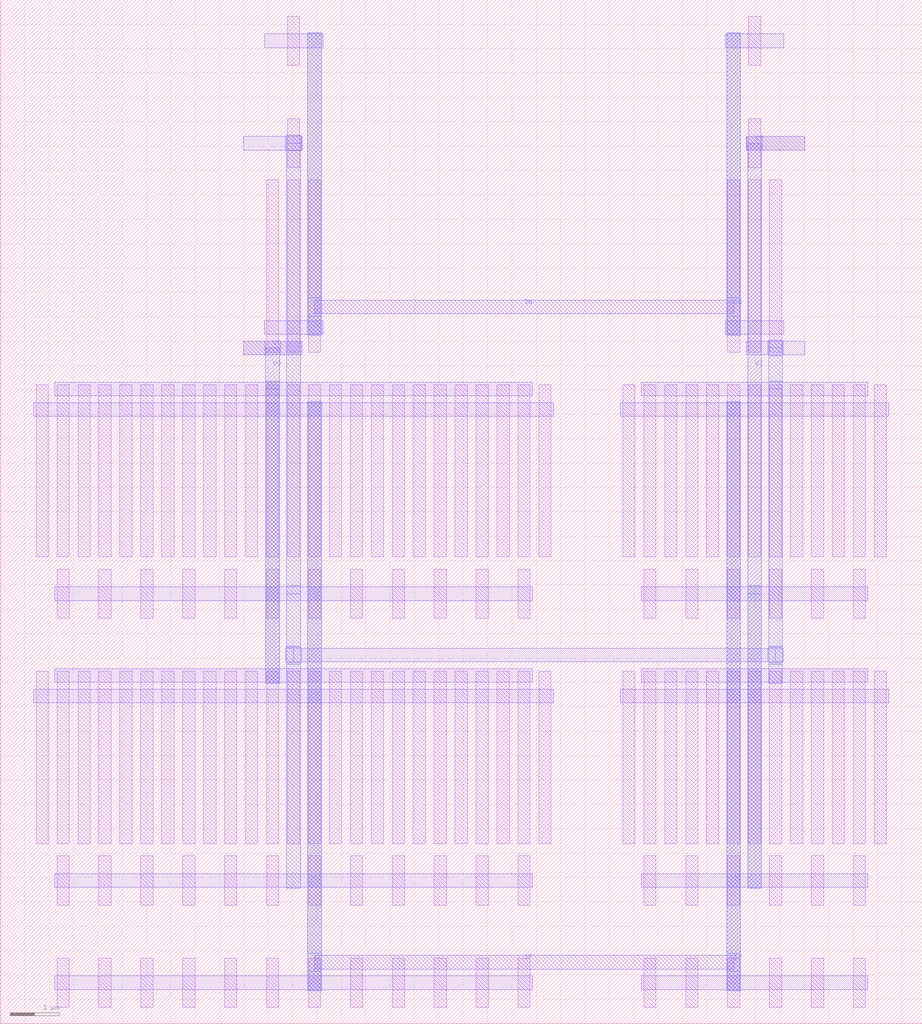
<source format=lef>
MACRO STAGE2_INV_85542588
  ORIGIN 0 0 ;
  FOREIGN STAGE2_INV_85542588 0 0 ;
  SIZE 18.92 BY 21 ;
  PIN VI
    DIRECTION INOUT ;
    USE SIGNAL ;
    PORT 
      LAYER M3 ;
        RECT 15.34 2.78 15.62 8.98 ;
      LAYER M2 ;
        RECT 15.31 17.92 16.51 18.2 ;
      LAYER M3 ;
        RECT 15.34 8.82 15.62 18.06 ;
      LAYER M2 ;
        RECT 15.32 17.92 15.64 18.2 ;
    END
  END VI
  PIN SN
    DIRECTION INOUT ;
    USE SIGNAL ;
    PORT 
      LAYER M3 ;
        RECT 6.31 14.12 6.59 20.32 ;
      LAYER M3 ;
        RECT 14.91 14.12 15.19 20.32 ;
      LAYER M3 ;
        RECT 6.31 14.515 6.59 14.885 ;
      LAYER M2 ;
        RECT 6.45 14.56 15.05 14.84 ;
      LAYER M3 ;
        RECT 14.91 14.515 15.19 14.885 ;
    END
  END SN
  PIN VO
    DIRECTION INOUT ;
    USE SIGNAL ;
    PORT 
      LAYER M3 ;
        RECT 5.45 6.98 5.73 13.18 ;
      LAYER M2 ;
        RECT 4.99 13.72 6.19 14 ;
      LAYER M3 ;
        RECT 5.45 13.02 5.73 13.86 ;
      LAYER M2 ;
        RECT 5.43 13.72 5.75 14 ;
    END
  END VO
  PIN SP
    DIRECTION INOUT ;
    USE SIGNAL ;
    PORT 
      LAYER M3 ;
        RECT 6.31 0.68 6.59 12.76 ;
      LAYER M3 ;
        RECT 14.91 0.68 15.19 12.76 ;
      LAYER M3 ;
        RECT 6.31 1.075 6.59 1.445 ;
      LAYER M2 ;
        RECT 6.45 1.12 15.05 1.4 ;
      LAYER M3 ;
        RECT 14.91 1.075 15.19 1.445 ;
    END
  END SP
  OBS 
  LAYER M3 ;
        RECT 5.88 2.78 6.16 8.98 ;
  LAYER M2 ;
        RECT 4.99 17.92 6.19 18.2 ;
  LAYER M3 ;
        RECT 15.77 6.98 16.05 13.18 ;
  LAYER M2 ;
        RECT 15.31 13.72 16.51 14 ;
  LAYER M3 ;
        RECT 5.88 8.82 6.16 18.06 ;
  LAYER M2 ;
        RECT 5.86 17.92 6.18 18.2 ;
  LAYER M3 ;
        RECT 5.88 7.375 6.16 7.745 ;
  LAYER M2 ;
        RECT 6.02 7.42 15.91 7.7 ;
  LAYER M3 ;
        RECT 15.77 7.375 16.05 7.745 ;
  LAYER M3 ;
        RECT 15.77 13.02 16.05 13.86 ;
  LAYER M2 ;
        RECT 15.75 13.72 16.07 14 ;
  LAYER M2 ;
        RECT 5.86 17.92 6.18 18.2 ;
  LAYER M3 ;
        RECT 5.88 17.9 6.16 18.22 ;
  LAYER M2 ;
        RECT 5.86 17.92 6.18 18.2 ;
  LAYER M3 ;
        RECT 5.88 17.9 6.16 18.22 ;
  LAYER M2 ;
        RECT 5.86 7.42 6.18 7.7 ;
  LAYER M3 ;
        RECT 5.88 7.4 6.16 7.72 ;
  LAYER M2 ;
        RECT 5.86 17.92 6.18 18.2 ;
  LAYER M3 ;
        RECT 5.88 17.9 6.16 18.22 ;
  LAYER M2 ;
        RECT 15.75 7.42 16.07 7.7 ;
  LAYER M3 ;
        RECT 15.77 7.4 16.05 7.72 ;
  LAYER M2 ;
        RECT 5.86 7.42 6.18 7.7 ;
  LAYER M3 ;
        RECT 5.88 7.4 6.16 7.72 ;
  LAYER M2 ;
        RECT 5.86 17.92 6.18 18.2 ;
  LAYER M3 ;
        RECT 5.88 17.9 6.16 18.22 ;
  LAYER M2 ;
        RECT 15.75 7.42 16.07 7.7 ;
  LAYER M3 ;
        RECT 15.77 7.4 16.05 7.72 ;
  LAYER M2 ;
        RECT 5.86 7.42 6.18 7.7 ;
  LAYER M3 ;
        RECT 5.88 7.4 6.16 7.72 ;
  LAYER M2 ;
        RECT 5.86 17.92 6.18 18.2 ;
  LAYER M3 ;
        RECT 5.88 17.9 6.16 18.22 ;
  LAYER M2 ;
        RECT 15.75 7.42 16.07 7.7 ;
  LAYER M3 ;
        RECT 15.77 7.4 16.05 7.72 ;
  LAYER M2 ;
        RECT 15.75 13.72 16.07 14 ;
  LAYER M3 ;
        RECT 15.77 13.7 16.05 14.02 ;
  LAYER M2 ;
        RECT 5.86 7.42 6.18 7.7 ;
  LAYER M3 ;
        RECT 5.88 7.4 6.16 7.72 ;
  LAYER M2 ;
        RECT 5.86 17.92 6.18 18.2 ;
  LAYER M3 ;
        RECT 5.88 17.9 6.16 18.22 ;
  LAYER M2 ;
        RECT 15.75 7.42 16.07 7.7 ;
  LAYER M3 ;
        RECT 15.77 7.4 16.05 7.72 ;
  LAYER M2 ;
        RECT 15.75 13.72 16.07 14 ;
  LAYER M3 ;
        RECT 15.77 13.7 16.05 14.02 ;
  LAYER M1 ;
        RECT 15.355 13.775 15.605 17.305 ;
  LAYER M1 ;
        RECT 15.355 17.555 15.605 18.565 ;
  LAYER M1 ;
        RECT 15.355 19.655 15.605 20.665 ;
  LAYER M1 ;
        RECT 15.785 13.775 16.035 17.305 ;
  LAYER M1 ;
        RECT 14.925 13.775 15.175 17.305 ;
  LAYER M2 ;
        RECT 14.88 14.14 16.08 14.42 ;
  LAYER M2 ;
        RECT 14.88 20.02 16.08 20.3 ;
  LAYER M2 ;
        RECT 15.31 13.72 16.51 14 ;
  LAYER M2 ;
        RECT 15.31 17.92 16.51 18.2 ;
  LAYER M3 ;
        RECT 14.91 14.12 15.19 20.32 ;
  LAYER M1 ;
        RECT 5.895 13.775 6.145 17.305 ;
  LAYER M1 ;
        RECT 5.895 17.555 6.145 18.565 ;
  LAYER M1 ;
        RECT 5.895 19.655 6.145 20.665 ;
  LAYER M1 ;
        RECT 5.465 13.775 5.715 17.305 ;
  LAYER M1 ;
        RECT 6.325 13.775 6.575 17.305 ;
  LAYER M2 ;
        RECT 5.42 14.14 6.62 14.42 ;
  LAYER M2 ;
        RECT 5.42 20.02 6.62 20.3 ;
  LAYER M2 ;
        RECT 4.99 13.72 6.19 14 ;
  LAYER M2 ;
        RECT 4.99 17.92 6.19 18.2 ;
  LAYER M3 ;
        RECT 6.31 14.12 6.59 20.32 ;
  LAYER M1 ;
        RECT 17.505 9.575 17.755 13.105 ;
  LAYER M1 ;
        RECT 17.505 8.315 17.755 9.325 ;
  LAYER M1 ;
        RECT 17.505 3.695 17.755 7.225 ;
  LAYER M1 ;
        RECT 17.505 2.435 17.755 3.445 ;
  LAYER M1 ;
        RECT 17.505 0.335 17.755 1.345 ;
  LAYER M1 ;
        RECT 17.935 9.575 18.185 13.105 ;
  LAYER M1 ;
        RECT 17.935 3.695 18.185 7.225 ;
  LAYER M1 ;
        RECT 17.075 9.575 17.325 13.105 ;
  LAYER M1 ;
        RECT 17.075 3.695 17.325 7.225 ;
  LAYER M1 ;
        RECT 16.645 9.575 16.895 13.105 ;
  LAYER M1 ;
        RECT 16.645 8.315 16.895 9.325 ;
  LAYER M1 ;
        RECT 16.645 3.695 16.895 7.225 ;
  LAYER M1 ;
        RECT 16.645 2.435 16.895 3.445 ;
  LAYER M1 ;
        RECT 16.645 0.335 16.895 1.345 ;
  LAYER M1 ;
        RECT 16.215 9.575 16.465 13.105 ;
  LAYER M1 ;
        RECT 16.215 3.695 16.465 7.225 ;
  LAYER M1 ;
        RECT 15.785 9.575 16.035 13.105 ;
  LAYER M1 ;
        RECT 15.785 8.315 16.035 9.325 ;
  LAYER M1 ;
        RECT 15.785 3.695 16.035 7.225 ;
  LAYER M1 ;
        RECT 15.785 2.435 16.035 3.445 ;
  LAYER M1 ;
        RECT 15.785 0.335 16.035 1.345 ;
  LAYER M1 ;
        RECT 15.355 9.575 15.605 13.105 ;
  LAYER M1 ;
        RECT 15.355 3.695 15.605 7.225 ;
  LAYER M1 ;
        RECT 14.925 9.575 15.175 13.105 ;
  LAYER M1 ;
        RECT 14.925 8.315 15.175 9.325 ;
  LAYER M1 ;
        RECT 14.925 3.695 15.175 7.225 ;
  LAYER M1 ;
        RECT 14.925 2.435 15.175 3.445 ;
  LAYER M1 ;
        RECT 14.925 0.335 15.175 1.345 ;
  LAYER M1 ;
        RECT 14.495 9.575 14.745 13.105 ;
  LAYER M1 ;
        RECT 14.495 3.695 14.745 7.225 ;
  LAYER M1 ;
        RECT 14.065 9.575 14.315 13.105 ;
  LAYER M1 ;
        RECT 14.065 8.315 14.315 9.325 ;
  LAYER M1 ;
        RECT 14.065 3.695 14.315 7.225 ;
  LAYER M1 ;
        RECT 14.065 2.435 14.315 3.445 ;
  LAYER M1 ;
        RECT 14.065 0.335 14.315 1.345 ;
  LAYER M1 ;
        RECT 13.635 9.575 13.885 13.105 ;
  LAYER M1 ;
        RECT 13.635 3.695 13.885 7.225 ;
  LAYER M1 ;
        RECT 13.205 9.575 13.455 13.105 ;
  LAYER M1 ;
        RECT 13.205 8.315 13.455 9.325 ;
  LAYER M1 ;
        RECT 13.205 3.695 13.455 7.225 ;
  LAYER M1 ;
        RECT 13.205 2.435 13.455 3.445 ;
  LAYER M1 ;
        RECT 13.205 0.335 13.455 1.345 ;
  LAYER M1 ;
        RECT 12.775 9.575 13.025 13.105 ;
  LAYER M1 ;
        RECT 12.775 3.695 13.025 7.225 ;
  LAYER M2 ;
        RECT 13.16 12.88 17.8 13.16 ;
  LAYER M2 ;
        RECT 13.16 8.68 17.8 8.96 ;
  LAYER M2 ;
        RECT 12.73 12.46 18.23 12.74 ;
  LAYER M2 ;
        RECT 13.16 7 17.8 7.28 ;
  LAYER M2 ;
        RECT 13.16 2.8 17.8 3.08 ;
  LAYER M2 ;
        RECT 12.73 6.58 18.23 6.86 ;
  LAYER M2 ;
        RECT 13.16 0.7 17.8 0.98 ;
  LAYER M3 ;
        RECT 15.77 6.98 16.05 13.18 ;
  LAYER M3 ;
        RECT 15.34 2.78 15.62 8.98 ;
  LAYER M3 ;
        RECT 14.91 0.68 15.19 12.76 ;
  LAYER M1 ;
        RECT 1.165 9.575 1.415 13.105 ;
  LAYER M1 ;
        RECT 1.165 8.315 1.415 9.325 ;
  LAYER M1 ;
        RECT 1.165 3.695 1.415 7.225 ;
  LAYER M1 ;
        RECT 1.165 2.435 1.415 3.445 ;
  LAYER M1 ;
        RECT 1.165 0.335 1.415 1.345 ;
  LAYER M1 ;
        RECT 0.735 9.575 0.985 13.105 ;
  LAYER M1 ;
        RECT 0.735 3.695 0.985 7.225 ;
  LAYER M1 ;
        RECT 1.595 9.575 1.845 13.105 ;
  LAYER M1 ;
        RECT 1.595 3.695 1.845 7.225 ;
  LAYER M1 ;
        RECT 2.025 9.575 2.275 13.105 ;
  LAYER M1 ;
        RECT 2.025 8.315 2.275 9.325 ;
  LAYER M1 ;
        RECT 2.025 3.695 2.275 7.225 ;
  LAYER M1 ;
        RECT 2.025 2.435 2.275 3.445 ;
  LAYER M1 ;
        RECT 2.025 0.335 2.275 1.345 ;
  LAYER M1 ;
        RECT 2.455 9.575 2.705 13.105 ;
  LAYER M1 ;
        RECT 2.455 3.695 2.705 7.225 ;
  LAYER M1 ;
        RECT 2.885 9.575 3.135 13.105 ;
  LAYER M1 ;
        RECT 2.885 8.315 3.135 9.325 ;
  LAYER M1 ;
        RECT 2.885 3.695 3.135 7.225 ;
  LAYER M1 ;
        RECT 2.885 2.435 3.135 3.445 ;
  LAYER M1 ;
        RECT 2.885 0.335 3.135 1.345 ;
  LAYER M1 ;
        RECT 3.315 9.575 3.565 13.105 ;
  LAYER M1 ;
        RECT 3.315 3.695 3.565 7.225 ;
  LAYER M1 ;
        RECT 3.745 9.575 3.995 13.105 ;
  LAYER M1 ;
        RECT 3.745 8.315 3.995 9.325 ;
  LAYER M1 ;
        RECT 3.745 3.695 3.995 7.225 ;
  LAYER M1 ;
        RECT 3.745 2.435 3.995 3.445 ;
  LAYER M1 ;
        RECT 3.745 0.335 3.995 1.345 ;
  LAYER M1 ;
        RECT 4.175 9.575 4.425 13.105 ;
  LAYER M1 ;
        RECT 4.175 3.695 4.425 7.225 ;
  LAYER M1 ;
        RECT 4.605 9.575 4.855 13.105 ;
  LAYER M1 ;
        RECT 4.605 8.315 4.855 9.325 ;
  LAYER M1 ;
        RECT 4.605 3.695 4.855 7.225 ;
  LAYER M1 ;
        RECT 4.605 2.435 4.855 3.445 ;
  LAYER M1 ;
        RECT 4.605 0.335 4.855 1.345 ;
  LAYER M1 ;
        RECT 5.035 9.575 5.285 13.105 ;
  LAYER M1 ;
        RECT 5.035 3.695 5.285 7.225 ;
  LAYER M1 ;
        RECT 5.465 9.575 5.715 13.105 ;
  LAYER M1 ;
        RECT 5.465 8.315 5.715 9.325 ;
  LAYER M1 ;
        RECT 5.465 3.695 5.715 7.225 ;
  LAYER M1 ;
        RECT 5.465 2.435 5.715 3.445 ;
  LAYER M1 ;
        RECT 5.465 0.335 5.715 1.345 ;
  LAYER M1 ;
        RECT 5.895 9.575 6.145 13.105 ;
  LAYER M1 ;
        RECT 5.895 3.695 6.145 7.225 ;
  LAYER M1 ;
        RECT 6.325 9.575 6.575 13.105 ;
  LAYER M1 ;
        RECT 6.325 8.315 6.575 9.325 ;
  LAYER M1 ;
        RECT 6.325 3.695 6.575 7.225 ;
  LAYER M1 ;
        RECT 6.325 2.435 6.575 3.445 ;
  LAYER M1 ;
        RECT 6.325 0.335 6.575 1.345 ;
  LAYER M1 ;
        RECT 6.755 9.575 7.005 13.105 ;
  LAYER M1 ;
        RECT 6.755 3.695 7.005 7.225 ;
  LAYER M1 ;
        RECT 7.185 9.575 7.435 13.105 ;
  LAYER M1 ;
        RECT 7.185 8.315 7.435 9.325 ;
  LAYER M1 ;
        RECT 7.185 3.695 7.435 7.225 ;
  LAYER M1 ;
        RECT 7.185 2.435 7.435 3.445 ;
  LAYER M1 ;
        RECT 7.185 0.335 7.435 1.345 ;
  LAYER M1 ;
        RECT 7.615 9.575 7.865 13.105 ;
  LAYER M1 ;
        RECT 7.615 3.695 7.865 7.225 ;
  LAYER M1 ;
        RECT 8.045 9.575 8.295 13.105 ;
  LAYER M1 ;
        RECT 8.045 8.315 8.295 9.325 ;
  LAYER M1 ;
        RECT 8.045 3.695 8.295 7.225 ;
  LAYER M1 ;
        RECT 8.045 2.435 8.295 3.445 ;
  LAYER M1 ;
        RECT 8.045 0.335 8.295 1.345 ;
  LAYER M1 ;
        RECT 8.475 9.575 8.725 13.105 ;
  LAYER M1 ;
        RECT 8.475 3.695 8.725 7.225 ;
  LAYER M1 ;
        RECT 8.905 9.575 9.155 13.105 ;
  LAYER M1 ;
        RECT 8.905 8.315 9.155 9.325 ;
  LAYER M1 ;
        RECT 8.905 3.695 9.155 7.225 ;
  LAYER M1 ;
        RECT 8.905 2.435 9.155 3.445 ;
  LAYER M1 ;
        RECT 8.905 0.335 9.155 1.345 ;
  LAYER M1 ;
        RECT 9.335 9.575 9.585 13.105 ;
  LAYER M1 ;
        RECT 9.335 3.695 9.585 7.225 ;
  LAYER M1 ;
        RECT 9.765 9.575 10.015 13.105 ;
  LAYER M1 ;
        RECT 9.765 8.315 10.015 9.325 ;
  LAYER M1 ;
        RECT 9.765 3.695 10.015 7.225 ;
  LAYER M1 ;
        RECT 9.765 2.435 10.015 3.445 ;
  LAYER M1 ;
        RECT 9.765 0.335 10.015 1.345 ;
  LAYER M1 ;
        RECT 10.195 9.575 10.445 13.105 ;
  LAYER M1 ;
        RECT 10.195 3.695 10.445 7.225 ;
  LAYER M1 ;
        RECT 10.625 9.575 10.875 13.105 ;
  LAYER M1 ;
        RECT 10.625 8.315 10.875 9.325 ;
  LAYER M1 ;
        RECT 10.625 3.695 10.875 7.225 ;
  LAYER M1 ;
        RECT 10.625 2.435 10.875 3.445 ;
  LAYER M1 ;
        RECT 10.625 0.335 10.875 1.345 ;
  LAYER M1 ;
        RECT 11.055 9.575 11.305 13.105 ;
  LAYER M1 ;
        RECT 11.055 3.695 11.305 7.225 ;
  LAYER M2 ;
        RECT 1.12 12.88 10.92 13.16 ;
  LAYER M2 ;
        RECT 1.12 8.68 10.92 8.96 ;
  LAYER M2 ;
        RECT 0.69 12.46 11.35 12.74 ;
  LAYER M2 ;
        RECT 1.12 7 10.92 7.28 ;
  LAYER M2 ;
        RECT 1.12 2.8 10.92 3.08 ;
  LAYER M2 ;
        RECT 0.69 6.58 11.35 6.86 ;
  LAYER M2 ;
        RECT 1.12 0.7 10.92 0.98 ;
  LAYER M3 ;
        RECT 5.45 6.98 5.73 13.18 ;
  LAYER M3 ;
        RECT 5.88 2.78 6.16 8.98 ;
  LAYER M3 ;
        RECT 6.31 0.68 6.59 12.76 ;
  END 
END STAGE2_INV_85542588

</source>
